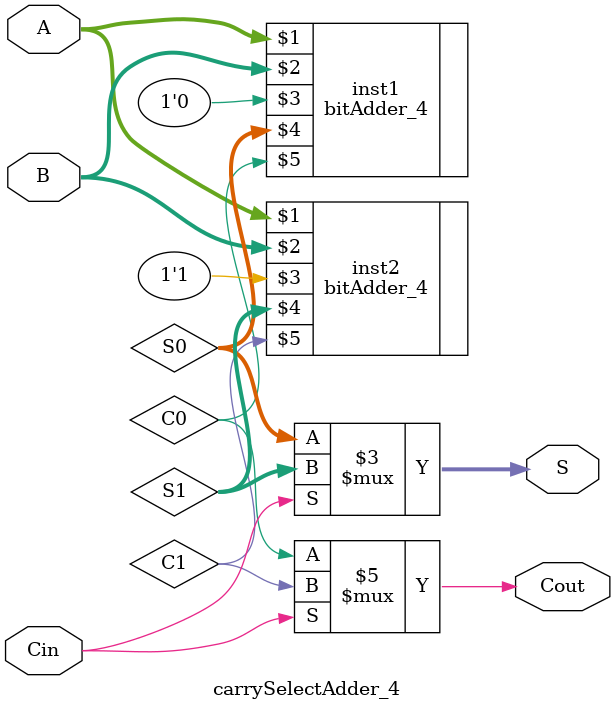
<source format=v>
module carrySelectAdder_4(A, B, Cin, S, Cout);

	input [3: 0] A, B;
	input Cin;
	output reg [3: 0] S;
	output reg Cout;
	wire [3: 0] S0, S1;
	wire C0, C1;

	bitAdder_4 inst1(A, B, 1'b0, S0, C0);
	bitAdder_4 inst2(A, B, 1'b1, S1, C1);

	always @ (*)
	begin
		S = (Cin == 0) ? S0: S1;
		Cout = (Cin == 0) ? C0: C1;
	end


endmodule

</source>
